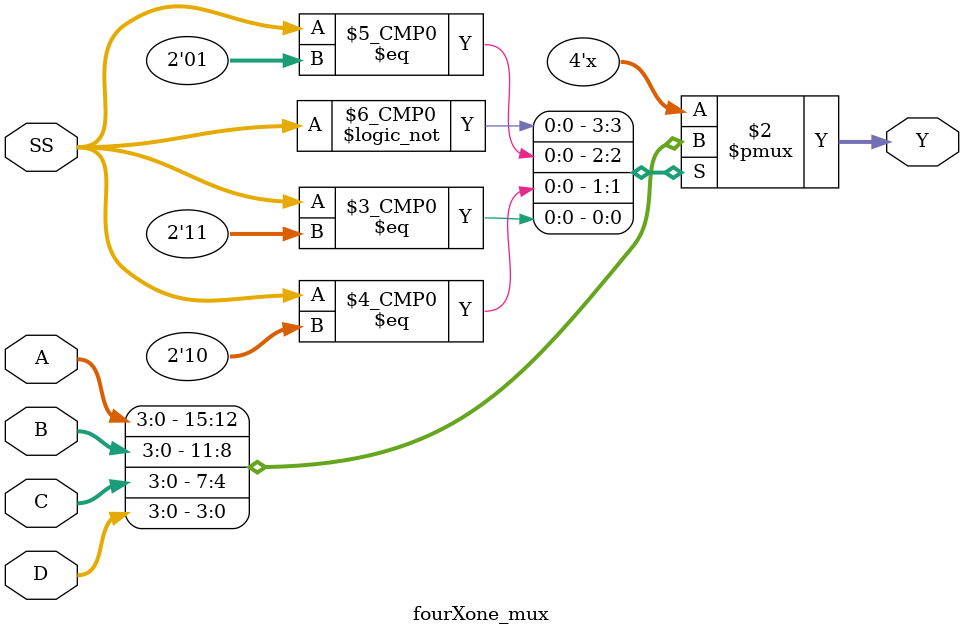
<source format=v>
`timescale 1ns / 1ps


module fourXone_mux(
    input [3:0] A,
    input [3:0] B,
    input [3:0] C,
    input [3:0] D,
    input [1:0] SS,
    output reg [3:0] Y
    );
    
    always@(A or B or C or D or SS)
    begin
        case(SS)
            2'b00: Y = A;
            2'b01: Y = B;
            2'b10: Y = C;
            2'b11: Y = D;
        endcase
    
    end
    
    
endmodule

</source>
